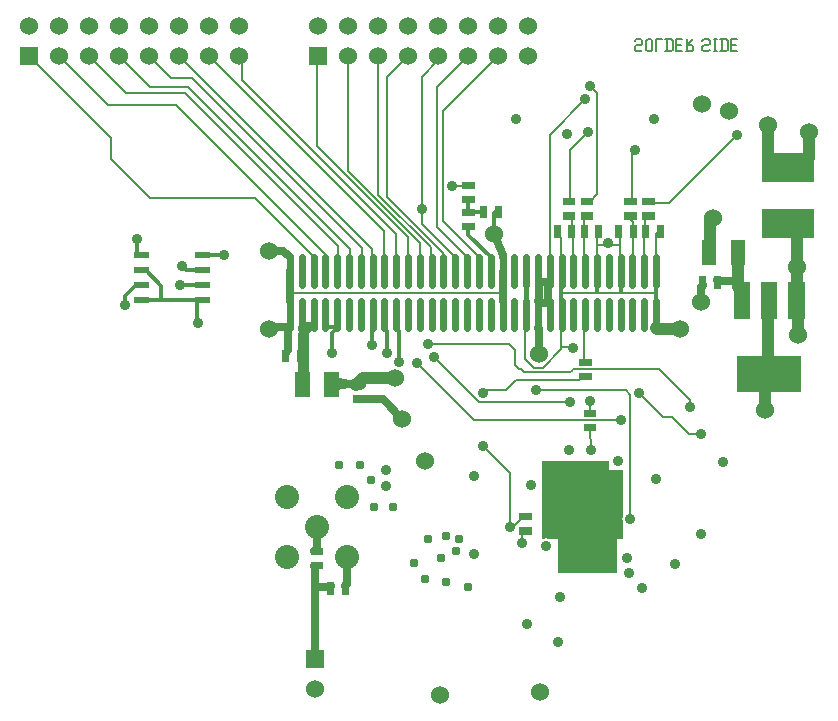
<source format=gbr>
G04 Title: RX Daughterboard, layergroup #1 *
G04 Creator: pcb-bin 1.99q *
G04 CreationDate: Thu Apr 28 23:14:27 2005 UTC *
G04 For: matt *
G04 Format: Gerber/RS-274X *
G04 PCB-Dimensions: 275000 250000 *
G04 PCB-Coordinate-Origin: lower left *
%MOIN*%
%FSLAX24Y24*%
G04 contains layers solder (0) *
%IPPOS*%
%ADD11C,0.0400*%
%ADD12C,0.0080*%
%ADD13C,0.0239*%
%ADD14C,0.0140*%
%ADD15C,0.0300*%
%ADD16C,0.0600*%
%ADD17C,0.0250*%
%ADD18C,0.0450*%
%ADD19C,0.0140*%
%ADD20C,0.0299*%
%ADD21C,0.0100*%
%ADD22C,0.0110*%
%ADD23C,0.0249*%
%ADD24R,0.0240X0.0240*%
%ADD25R,0.0440X0.0440*%
%ADD26R,0.0300X0.0300*%
%ADD27C,0.0060*%
%ADD28C,0.0080*%
%ADD29C,0.0800*%
%ADD30C,0.0860*%
%ADD31C,0.1100X0.0800*%
%ADD32C,0.1100*%
%ADD33C,0.0110*%
%AMTHERM1*7,0,0,0.1100,0.0800,0.0110,45*%
%ADD34THERM1*%
%ADD35R,0.0970X0.0970*%
%ADD36R,0.1170X0.1170*%
%ADD37R,0.1030X0.1030*%
%ADD38C,0.0200*%
%ADD39R,0.0560X0.0560*%
%ADD40R,0.0860X0.0860*%
%ADD41R,0.0620X0.0620*%
%ADD42R,0.1220X0.1220*%
%ADD43R,0.1520X0.1520*%
%ADD44R,0.1280X0.1280*%
%ADD45R,0.0340X0.0340*%
%ADD46R,0.0640X0.0640*%
%ADD47R,0.0400X0.0400*%
%ADD48R,0.0540X0.0540*%
%ADD49R,0.0480X0.0480*%
%ADD50R,0.0680X0.0680*%
%ADD51R,0.0200X0.0200*%
%ADD52R,0.0500X0.0500*%
%ADD53R,0.0600X0.0600*%
%ADD54R,0.0660X0.0660*%
%ADD55R,0.0900X0.0900X0.0600X0.0600*%
%ADD56R,0.0900X0.0900*%
%ADD57C,0.0600*%
%ADD58C,0.0660*%
%AMTHERM2*7,0,0,0.0900,0.0600,0.0100,45*%
%ADD59THERM2*%
%ADD60C,0.0900X0.0600*%
%ADD61C,0.0900*%
%ADD62R,0.0150X0.0150*%
%ADD63R,0.0450X0.0450*%
%ADD64R,0.0210X0.0210*%
%ADD65C,0.0410*%
%ADD66C,0.0170*%
%ADD67R,0.1610X0.1610*%
%ADD68R,0.1910X0.1910*%
%ADD69R,0.1670X0.1670*%
%ADD70C,0.0720*%
%ADD71C,0.0920X0.0720*%
%ADD72C,0.0920*%
%ADD73C,0.0240*%
%ADD74C,0.0340*%
%ADD75C,0.1320*%
%ADD76C,0.1520*%
%ADD77C,0.1520X0.1320*%
%ADD78C,0.0600*%
%ADD79C,0.0125*%
%AMTHERM3*7,0,0,0.0800,0.0600,0.0125,45*%
%ADD80THERM3*%
%ADD81C,0.0800*%
%ADD82C,0.0800X0.0600*%
%ADD83C,0.0350*%
%ADD84C,0.0100*%
%AMTHERM4*7,0,0,0.0510,0.0350,0.0100,45*%
%ADD85THERM4*%
%ADD86C,0.0510*%
%ADD87C,0.0510X0.0350*%
%ADD88C,0.0360*%
%ADD89C,0.0520*%
%ADD90C,0.0520X0.0360*%
%AMTHERM5*7,0,0,0.0799,0.0600,0.0125,45*%
%ADD91THERM5*%
%ADD92C,0.0799*%
%ADD93C,0.0799X0.0600*%
%ADD94C,0.0090*%
%AMTHERM6*7,0,0,0.0520,0.0360,0.0090,45*%
%ADD95THERM6*%
%ADD96C,0.0310*%
%ADD97C,0.0080*%
%AMTHERM7*7,0,0,0.0469,0.0310,0.0080,45*%
%ADD98THERM7*%
%ADD99C,0.0469*%
%ADD100C,0.0469X0.0310*%
%AMTHERM8*7,0,0,0.0510,0.0350,0.0100,45*%
%ADD101THERM8*%
%ADD102C,0.0510*%
%ADD103C,0.0510X0.0350*%
%LNGROUP_0*%
%LPD*%
G01X0Y0D02*
G54D21*G36*
X18450Y5350D02*X20400D01*
Y6600D01*
X18450D01*
Y5350D01*
G37*
G36*
X19750Y6500D02*X20600D01*
Y8800D01*
X19750D01*
Y6500D01*
G37*
G36*
X17900D02*X20150D01*
Y9100D01*
X17900D01*
Y6500D01*
G37*
%LNCUTS*%
%LPC*%
G54D99*X19900Y8100D03*
G54D89*X20850Y7150D03*
G54D99*X19650D03*
X19950Y7000D03*
X19900Y7350D03*
X19650Y7550D03*
X19900Y7750D03*
X19600Y7950D03*
X19900Y8100D03*
X19400Y7350D03*
X19350Y7000D03*
X19650Y7150D03*
X19950Y7000D03*
X19900Y7350D03*
X19650Y7550D03*
X19900Y7750D03*
X19600Y7950D03*
X18800Y8100D03*
X19350Y8150D03*
G54D89*X18050Y6250D03*
G54D99*X18800Y7400D03*
Y7050D03*
X19100Y7200D03*
X18800Y7750D03*
X19100Y7550D03*
Y7950D03*
X19350Y7750D03*
%LNTRACKS*%
%LPD*%
G54D11*X19950Y6800D02*X19250D01*
X19600D02*X19950D01*
X18950Y7450D02*X19600Y6800D01*
X19350Y7450D02*X18950D01*
X19450Y7550D02*X19350Y7450D01*
X19300Y7550D02*X19450D01*
X19050Y7300D02*X19300Y7550D01*
X19800Y7300D02*X19050D01*
X19850Y7250D02*X19800Y7300D01*
X19850Y7850D02*Y7250D01*
X18800Y7850D02*X19850D01*
X18750Y7800D02*X18800Y7850D01*
X18750Y7100D02*Y7800D01*
X18650Y7000D02*X18750Y7100D01*
X19950Y7000D02*X18650D01*
X20100Y6850D02*X19950Y7000D01*
X20100Y8150D02*Y6850D01*
X20050Y8200D02*X20100Y8150D01*
X18600Y8200D02*X20050D01*
X18500Y8100D02*X18600Y8200D01*
G54D12*X18900Y12900D02*X18550D01*
X18950Y12850D02*X18900Y12900D01*
X19750Y16300D02*X20500D01*
X16850Y8700D02*Y6900D01*
X15950Y9600D02*X16850Y8700D01*
X16700Y11450D02*X15900D01*
X16750Y11500D02*X16700Y11450D01*
X19150Y11800D02*X17030D01*
X19260Y11910D02*X19150Y11800D01*
X17200Y12150D02*X17150D01*
X17300Y12050D02*X17200Y12150D01*
X18850Y12050D02*X17300D01*
X18900Y12100D02*X18850Y12050D01*
X21850Y12150D02*X18950D01*
X18554Y13518D02*X18550Y13550D01*
Y12820D02*Y13550D01*
X17929Y12200D02*X18550Y12820D01*
X17650Y12200D02*X17929D01*
X17550Y12300D02*X17650Y12200D01*
X17373Y13518D02*X17350Y13495D01*
Y12500D02*X17550Y12299D01*
X17000Y12300D02*X17150Y12150D01*
X17000Y12800D02*Y12300D01*
X16800Y13000D02*X17000Y12800D01*
X14300Y12550D02*X15800Y11050D01*
X22250Y10550D02*X22800Y10000D01*
X21950Y10550D02*X22250D01*
X21150Y11350D02*X21950Y10550D01*
X17900Y11050D02*X18850D01*
X22850Y10900D02*Y11100D01*
X13750Y12350D02*X15650Y10450D01*
X20550D01*
X22800Y10000D02*X23200D01*
X22850Y11140D02*Y10900D01*
X21850Y12140D02*X22850Y11140D01*
X17350Y13495D02*Y12500D01*
X18950Y12150D02*X18899Y12099D01*
X15800Y11050D02*X18050D01*
X16740Y11510D02*X17030Y11800D01*
X14100Y13000D02*X16800D01*
X20850Y11300D02*Y11150D01*
X20700Y11450D02*X20850Y11300D01*
X17700Y11450D02*X20700D01*
X20850Y7150D02*Y11200D01*
X15320Y18250D02*X14900D01*
X15360Y18290D02*X15320Y18250D01*
X14600Y20750D02*Y20700D01*
X16450Y22600D02*X14600Y20750D01*
Y17079D02*Y20750D01*
X15798Y15881D02*X14600Y17079D01*
X15450Y22600D02*X14400Y21550D01*
X15011Y15881D02*X13900Y16992D01*
G54D14*X16440Y17490D02*X16300Y17350D01*
X15550Y17400D02*X15960D01*
X15540Y17390D02*X15550Y17400D01*
X15450Y16623D02*Y16900D01*
X16192Y15881D02*X15450Y16623D01*
G54D11*X23500Y17100D02*Y15900D01*
X23600Y17200D02*X23500Y17100D01*
X11920Y11850D02*X13000D01*
X11710Y11640D02*X11920Y11850D01*
G54D12*X19750Y21350D02*X19500Y21600D01*
X19750Y18000D02*Y21350D01*
X19490Y17740D02*X19750Y18000D01*
X18850Y19450D02*Y17700D01*
X19450Y20050D02*X18850Y19450D01*
X18160Y19960D02*X19350Y21150D01*
X18160Y15881D02*Y19960D01*
G54D17*X17800Y13485D02*Y12650D01*
X17767Y13518D02*X17800Y13485D01*
G54D12*X20900Y19350D02*Y17800D01*
X21000Y19450D02*X20900Y19350D01*
X22150Y17700D02*X21500D01*
X24400Y19950D02*X22150Y17700D01*
G54D11*X25450Y19150D02*Y20300D01*
X25710Y18890D02*X25450Y19150D01*
X26800Y19200D02*Y20050D01*
X26490Y18890D02*X26800Y19200D01*
G54D12*X19410Y10690D02*X19500Y10780D01*
Y11050D01*
X16920Y6900D02*X16850D01*
X17260Y7240D02*X16920Y6900D01*
G54D17*X23780Y15100D02*X24500D01*
X23740Y15140D02*X23780Y15100D01*
G54D11*X24450Y14890D02*Y15950D01*
X24570Y14770D02*X24450Y14890D01*
G54D17*X23200Y14900D02*Y14400D01*
X23260Y14960D02*X23200Y14900D01*
G54D11*X25350Y11670D02*Y10800D01*
X25020Y12000D02*X25350Y11670D01*
X21722Y13500D02*X22500D01*
X21704Y13518D02*X21722Y13500D01*
X25450Y12430D02*Y14400D01*
X25020Y12000D02*X25450Y12430D01*
G54D17*X11400Y5000D02*Y5700D01*
X11340Y4940D02*X11400Y5000D01*
X10820Y4900D02*X10400D01*
X10860Y4940D02*X10820Y4900D01*
X10350Y5570D02*Y2500D01*
X10310Y5610D02*X10350Y5570D01*
X10400Y6180D02*Y6850D01*
X10310Y6090D02*X10400Y6180D01*
X18100Y14350D02*X17850D01*
X18100Y15050D02*Y14350D01*
X17800Y15050D02*X18100D01*
X17800Y14461D02*Y15050D01*
X17767Y14428D02*X17800Y14461D01*
G54D19*X19750Y14956D02*Y14750D01*
X20550Y14944D02*Y14750D01*
X21700Y14432D02*Y15150D01*
X17400Y15100D02*X17350D01*
X17400Y14455D02*Y15100D01*
X17373Y14428D02*X17400Y14455D01*
X18550Y14433D02*Y15200D01*
G54D12*X20550Y14944D02*Y14700D01*
X20522Y14971D02*X20550Y14944D01*
X19750Y14956D02*Y14700D01*
X19735Y14971D02*X19750Y14956D01*
X21700Y14700D02*X18550D01*
X17350Y14452D02*Y15250D01*
X17373Y14428D02*X17350Y14452D01*
X18550Y14433D02*Y15150D01*
X18554Y14428D02*X18550Y14433D01*
X21700Y14432D02*Y15200D01*
X21704Y14428D02*X21700Y14432D01*
X21800Y16750D02*X21840D01*
X21700Y16650D02*X21800Y16750D01*
X21700Y15885D02*Y16650D01*
X21704Y15881D02*X21700Y15885D01*
X20500Y16620D02*Y15750D01*
X20460Y16660D02*X20500Y16620D01*
X18950Y16600D02*Y15850D01*
X18890Y16660D02*X18950Y16600D01*
X21350Y16850D02*Y17250D01*
X21360Y16840D02*X21350Y16850D01*
X20950Y15914D02*Y17070D01*
X18550Y16520D02*Y15900D01*
X18410Y16660D02*X18550Y16520D01*
X18900Y17250D02*Y16750D01*
X18890Y17260D02*X18900Y17250D01*
X19300Y16850D02*Y17200D01*
X19310Y16840D02*X19300Y16850D01*
X21300Y15891D02*Y16750D01*
X21310Y15881D02*X21300Y15891D01*
X20760Y17260D02*X20950Y17070D01*
X20916Y15881D02*X20950Y15914D01*
X19310Y16840D02*X19300Y16750D01*
Y15922D02*Y16750D01*
X19341Y15881D02*X19300Y15922D01*
X19750Y15895D02*Y16750D01*
X19735Y15881D02*X19750Y15895D01*
X19300Y12430D02*Y13600D01*
X19260Y12390D02*X19300Y12430D01*
G54D17*X13250Y10500D02*X12590Y11160D01*
X11800D01*
X11700Y11700D02*X11050Y11600D01*
X11830Y11700D02*X11700Y11600D01*
X11890Y11640D02*X11700Y11730D01*
X10960Y11750D02*X11850Y11600D01*
X10880Y11830D02*X10960Y11750D01*
X10000Y11800D02*Y13450D01*
X10050Y11750D02*X10000Y11800D01*
X9900Y11750D02*X10050D01*
X9900Y13300D02*Y11750D01*
X10100Y13500D02*X9900Y13300D01*
X9911Y13500D02*X10100D01*
X9893Y13518D02*X9911Y13500D01*
X9974Y13600D02*X10300D01*
X9893Y13518D02*X9974Y13600D01*
G54D19*X4000Y14600D02*X4400Y15000D01*
X4000Y14300D02*Y14600D01*
X13150Y13411D02*Y12400D01*
X13042Y13518D02*X13150Y13411D01*
X6400Y14500D02*Y14450D01*
Y13750D02*Y14500D01*
X6450Y13700D02*X6400Y13750D01*
X10900Y13344D02*Y12700D01*
X11074Y13518D02*X10900Y13344D01*
X11074Y13518D02*X11000Y13444D01*
X7300Y15950D02*X6590D01*
X12750Y13417D02*Y12700D01*
X12648Y13518D02*X12750Y13417D01*
X6050Y15450D02*X6500D01*
X5900Y15600D02*X6050Y15450D01*
X12250Y13513D02*Y12950D01*
X12255Y13518D02*X12250Y13513D01*
X11043Y13550D02*X10650D01*
X11074Y13518D02*X11043Y13550D01*
X5200Y14940D02*Y14450D01*
X4690Y15450D02*X5200Y14940D01*
X4410Y14450D02*X6500D01*
X4400Y15960D02*Y16500D01*
X4410Y15950D02*X4400Y15960D01*
X6450Y14950D02*X5850D01*
G54D17*X9450Y12780D02*Y13550D01*
X9360Y12690D02*X9450Y12780D01*
G54D12*X9500Y14700D02*X16600D01*
G54D17*X9280Y16100D02*X8800D01*
X9499Y15881D02*X9280Y16100D01*
X9468Y13550D02*X8800D01*
X9499Y13518D02*X9468Y13550D01*
X16585Y15964D02*X16300Y16650D01*
X16585Y15881D02*Y15964D01*
G54D11*X26380Y14770D02*X26400Y14790D01*
Y16750D01*
G54D12*X19550Y9450D02*X19500Y10200D01*
X17260Y6760D02*X17250Y6750D01*
G54D14*X15540Y17390D02*X15450Y17480D01*
G54D12*X15404Y15881D02*X14400Y16885D01*
G54D11*X26450Y14040D02*Y13300D01*
X26380Y14110D02*X26450Y14040D01*
G54D12*X17250Y6750D02*Y6350D01*
G54D14*X15450Y17480D02*Y17800D01*
X16300Y17350D02*Y16750D01*
G54D12*X14400Y16900D02*Y21550D01*
X15050Y15900D02*Y15650D01*
X14450Y22450D02*Y22550D01*
X13900Y21900D02*X14450Y22450D01*
X13900Y16992D02*Y21900D01*
X14600Y16036D02*Y15550D01*
X12750Y17886D02*X14600Y16036D01*
X12750Y21900D02*Y17886D01*
X13450Y22600D02*X12750Y21900D01*
X14200Y16224D02*Y15750D01*
X12450Y17974D02*X14200Y16224D01*
X12450Y22600D02*Y17974D01*
X13850Y16362D02*Y15700D01*
X11450Y18762D02*X13850Y16362D01*
X11450Y22600D02*Y18762D01*
X13450Y16550D02*Y15700D01*
X10400Y19600D02*X13450Y16550D01*
X10400Y22550D02*Y19600D01*
X10450Y22600D02*X10400Y22550D01*
X13050Y15888D02*Y16400D01*
X13042Y15881D02*X13050Y15888D01*
Y16650D02*Y16350D01*
X7900Y21800D02*X13050Y16650D01*
X7900Y22500D02*Y21800D01*
X7800Y22600D02*X7900Y22500D01*
X7800Y22600D02*X7850Y22550D01*
X6100Y21550D02*X11500Y16150D01*
X4850Y21550D02*X6100D01*
X3800Y22600D02*X4850Y21550D01*
X11900Y16200D02*Y15850D01*
X6250Y21850D02*X11900Y16200D01*
X5550Y21850D02*X6250D01*
X4800Y22600D02*X5550Y21850D01*
X12250Y16150D02*Y15600D01*
X5800Y22600D02*X12250Y16150D01*
X12650Y16750D02*Y15700D01*
X6800Y22600D02*X12650Y16750D01*
X11500Y16150D02*Y15750D01*
X2800Y22600D02*X4050Y21350D01*
X8350Y17850D02*X10300Y15900D01*
Y15750D01*
X4850Y17850D02*X8350D01*
X3550Y19150D02*X4850Y17850D01*
X3550Y19850D02*Y19150D01*
X800Y22600D02*X3550Y19850D01*
X4050Y21350D02*X6000D01*
X10700Y15950D02*Y15650D01*
X14450Y22600D02*X14400D01*
X3450Y20950D02*X5700D01*
X10700Y15950D01*
X15011Y15881D02*X15000Y15892D01*
X1800Y22600D02*X3450Y20950D01*
X15404Y15881D02*X15450Y15926D01*
X16450Y22350D02*Y22600D01*
X6000Y21350D02*X11100Y16250D01*
Y15700D01*
X15798Y15881D02*X15800Y15882D01*
G54D17*X16600Y14443D02*Y15400D01*
X16585Y14428D02*X16600Y14443D01*
X9499Y14428D02*Y15426D01*
G04 Text: SOLDER SIDE *
G54D28*X21200Y22750D02*X21250Y22800D01*
X21050Y22750D02*X21200D01*
X21000Y22800D02*X21050Y22750D01*
X21000Y22800D02*Y22900D01*
X21050Y22950D01*
X21200D01*
X21250Y23000D01*
Y23100D01*
X21200Y23150D02*X21250Y23100D01*
X21050Y23150D02*X21200D01*
X21000Y23100D02*X21050Y23150D01*
X21370Y22800D02*Y23100D01*
Y22800D02*X21420Y22750D01*
X21520D01*
X21570Y22800D01*
Y23100D01*
X21520Y23150D02*X21570Y23100D01*
X21420Y23150D02*X21520D01*
X21370Y23100D02*X21420Y23150D01*
X21690Y22750D02*Y23150D01*
X21890D01*
X22060Y22750D02*Y23150D01*
X22210Y22750D02*X22260Y22800D01*
Y23100D01*
X22210Y23150D02*X22260Y23100D01*
X22010Y23150D02*X22210D01*
X22010Y22750D02*X22210D01*
X22380Y22950D02*X22530D01*
X22380Y23150D02*X22580D01*
X22380Y22750D02*Y23150D01*
Y22750D02*X22580D01*
X22700D02*X22900D01*
X22950Y22800D01*
Y22900D01*
X22900Y22950D02*X22950Y22900D01*
X22750Y22950D02*X22900D01*
X22750Y22750D02*Y23150D01*
Y22950D02*X22950Y23150D01*
X23450Y22750D02*X23500Y22800D01*
X23300Y22750D02*X23450D01*
X23250Y22800D02*X23300Y22750D01*
X23250Y22800D02*Y22900D01*
X23300Y22950D01*
X23450D01*
X23500Y23000D01*
Y23100D01*
X23450Y23150D02*X23500Y23100D01*
X23300Y23150D02*X23450D01*
X23250Y23100D02*X23300Y23150D01*
X23620Y22750D02*X23720D01*
X23670D02*Y23150D01*
X23620D02*X23720D01*
X23890Y22750D02*Y23150D01*
X24040Y22750D02*X24090Y22800D01*
Y23100D01*
X24040Y23150D02*X24090Y23100D01*
X23840Y23150D02*X24040D01*
X23840Y22750D02*X24040D01*
X24210Y22950D02*X24360D01*
X24210Y23150D02*X24410D01*
X24210Y22750D02*Y23150D01*
Y22750D02*X24410D01*
G54D29*X10400Y6900D03*
X11400Y7900D03*
Y5900D03*
X9400Y7900D03*
Y5900D03*
G54D53*X10450Y22600D03*
G54D57*Y23600D03*
X11450Y22600D03*
Y23600D03*
X12450Y22600D03*
Y23600D03*
X13450Y22600D03*
Y23600D03*
X14450Y22600D03*
Y23600D03*
X15450Y22600D03*
Y23600D03*
X16450Y22600D03*
Y23600D03*
X17450Y22600D03*
Y23600D03*
G54D53*X800Y22600D03*
G54D57*Y23600D03*
X1800Y22600D03*
Y23600D03*
X2800Y22600D03*
Y23600D03*
X3800Y22600D03*
Y23600D03*
X4800Y22600D03*
Y23600D03*
X5800Y22600D03*
Y23600D03*
X6800Y22600D03*
Y23600D03*
X7800Y22600D03*
Y23600D03*
G54D53*X10350Y2500D03*
G54D57*Y1500D03*
G54D78*X16300Y16650D03*
X8800Y13500D03*
Y16100D03*
G54D83*X5850Y14950D03*
X4400Y16500D03*
G54D88*X17700Y11450D03*
G54D83*X5900Y15600D03*
X12750Y12700D03*
X7300Y15950D03*
X10900Y12700D03*
X6450Y13700D03*
X13150Y12400D03*
X4000Y14300D03*
G54D78*X13250Y10500D03*
X22500Y13500D03*
X25350Y10800D03*
X23200Y14400D03*
G54D88*X16850Y6900D03*
X17250Y6350D03*
G54D78*X26800Y20050D03*
X25450Y20300D03*
X23250Y21000D03*
G54D88*X20800Y5350D03*
X21650Y20500D03*
X24400Y19950D03*
X21000Y19450D03*
G54D78*X17800Y12650D03*
X14000Y9100D03*
X17850Y1400D03*
X14500Y1300D03*
G54D88*X19350Y21150D03*
X17050Y20500D03*
X19500Y11100D03*
X12700Y8800D03*
Y8250D03*
X19450Y20050D03*
X19500Y21600D03*
G54D78*X13000Y11850D03*
X23600Y17200D03*
G54D96*X19900Y8100D03*
G54D97*X19735Y8264D02*X20064Y7935D01*
X19735D02*X20064Y8264D01*
G54D83*X15650Y6000D03*
Y8600D03*
G54D88*X22350Y5650D03*
X23200Y6650D03*
X18450Y3050D03*
X18500Y4550D03*
X17550Y8300D03*
X21700Y8500D03*
X18750Y20000D03*
X21250Y4850D03*
X17400Y3650D03*
X18050Y6250D03*
G54D78*X24150Y20750D03*
X26400Y15550D03*
G54D88*X19550Y9450D03*
X18800D03*
G54D78*X26450Y13300D03*
G54D88*X13900Y17500D03*
X14900Y18250D03*
X20850Y7150D03*
G54D83*X12250Y12950D03*
G54D88*X14100Y13000D03*
X13750Y12350D03*
X14300Y12550D03*
X18850Y11050D03*
X21150Y11350D03*
X23200Y10000D03*
X22850Y10900D03*
X20550Y10450D03*
X23950Y9050D03*
X15950Y11350D03*
Y9600D03*
X20100Y16350D03*
X18950Y12850D03*
X20750Y5850D03*
X20450Y9100D03*
G54D96*X18800Y8100D03*
G54D97*X18635Y8264D02*X18964Y7935D01*
X18635D02*X18964Y8264D01*
G54D96*X18800Y7750D03*
G54D97*X18635Y7914D02*X18964Y7585D01*
X18635D02*X18964Y7914D01*
G54D96*X18800Y7400D03*
G54D97*X18635Y7564D02*X18964Y7235D01*
X18635D02*X18964Y7564D01*
G54D96*X18800Y7050D03*
G54D97*X18635Y7214D02*X18964Y6885D01*
X18635D02*X18964Y7214D01*
G54D96*X19100Y7200D03*
G54D97*X18935Y7364D02*X19264Y7035D01*
X18935D02*X19264Y7364D01*
G54D96*X19100Y7550D03*
G54D97*X18935Y7714D02*X19264Y7385D01*
X18935D02*X19264Y7714D01*
G54D96*X19100Y7950D03*
G54D97*X18935Y8114D02*X19264Y7785D01*
X18935D02*X19264Y8114D01*
G54D96*X19350Y8150D03*
G54D97*X19185Y8314D02*X19514Y7985D01*
X19185D02*X19514Y8314D01*
G54D96*X19350Y7750D03*
G54D97*X19185Y7914D02*X19514Y7585D01*
X19185D02*X19514Y7914D01*
G54D96*X19400Y7350D03*
G54D97*X19235Y7514D02*X19564Y7185D01*
X19235D02*X19564Y7514D01*
G54D96*X19350Y7000D03*
G54D97*X19185Y7164D02*X19514Y6835D01*
X19185D02*X19514Y7164D01*
G54D96*X19650Y7150D03*
G54D97*X19485Y7314D02*X19814Y6985D01*
X19485D02*X19814Y7314D01*
G54D96*X19950Y7000D03*
G54D97*X19785Y7164D02*X20114Y6835D01*
X19785D02*X20114Y7164D01*
G54D96*X19900Y7350D03*
G54D97*X19735Y7514D02*X20064Y7185D01*
X19735D02*X20064Y7514D01*
G54D96*X19650Y7550D03*
G54D97*X19485Y7714D02*X19814Y7385D01*
X19485D02*X19814Y7714D01*
G54D96*X19900Y7750D03*
G54D97*X19735Y7914D02*X20064Y7585D01*
X19735D02*X20064Y7914D01*
G54D96*X19600Y7950D03*
G54D97*X19435Y8114D02*X19764Y7785D01*
X19435D02*X19764Y8114D01*
G54D96*X15050Y6100D03*
X12300Y7550D03*
X11150Y8950D03*
X11850D03*
X12200Y8450D03*
X14100Y6500D03*
X14700Y6600D03*
X15150Y6500D03*
X13650Y5700D03*
X14550Y5850D03*
X14000Y5150D03*
X14700Y5050D03*
X15450Y4900D03*
X12950Y7550D03*
G54D24*X15360Y16910D02*X15540D01*
X15360Y17390D02*X15540D01*
X23260Y15140D02*Y14960D01*
X23740Y15140D02*Y14960D01*
X11710Y11160D02*X11890D01*
X11710Y11640D02*X11890D01*
G54D35*X25710Y17010D02*X26490D01*
X25710Y18890D02*X26490D01*
G54D39*X24570Y14770D02*Y14110D01*
X25470Y14770D02*Y14110D01*
X26380Y14770D02*Y14110D01*
G54D42*X25020Y12000D02*X25920D01*
G54D24*X17260Y6760D02*X17440D01*
X17260Y7240D02*X17440D01*
X9360Y12690D02*Y12510D01*
X9840Y12690D02*Y12510D01*
G54D49*X23470Y16230D02*Y15870D01*
X24430Y16230D02*Y15870D01*
G54D24*X19410Y10690D02*X19590D01*
X19410Y10210D02*X19590D01*
X15960Y17490D02*Y17310D01*
X16440Y17490D02*Y17310D01*
X19260Y11910D02*X19440D01*
X19260Y12390D02*X19440D01*
G54D51*X4410Y14450D02*X4690D01*
X4410Y14950D02*X4690D01*
X4410Y15450D02*X4690D01*
X4410Y15950D02*X4690D01*
X6450D02*X6730D01*
X6450Y15450D02*X6730D01*
X6450Y14950D02*X6730D01*
X6450Y14450D02*X6730D01*
G54D24*X20940Y16840D02*Y16660D01*
X20460Y16840D02*Y16660D01*
X21360Y17740D02*X21540D01*
X21360Y17260D02*X21540D01*
X21360Y16840D02*Y16660D01*
X21840Y16840D02*Y16660D01*
X15360Y18290D02*X15540D01*
X15360Y17810D02*X15540D01*
X18710Y17740D02*X18890D01*
X18710Y17260D02*X18890D01*
X11340Y4940D02*Y4760D01*
X10860Y4940D02*Y4760D01*
X10310Y5610D02*X10490D01*
X10310Y6090D02*X10490D01*
G54D49*X9920Y11830D02*Y11470D01*
X10880Y11830D02*Y11470D01*
G54D24*X19310Y16840D02*Y16660D01*
X19790Y16840D02*Y16660D01*
G54D73*X9499Y14428D02*Y13518D01*
X21704Y15881D02*Y14971D01*
X10286Y14428D02*Y13518D01*
X9893Y14428D02*Y13518D01*
X10680Y14428D02*Y13518D01*
X9499Y15881D02*Y14971D01*
X11074Y14428D02*Y13518D01*
X10286Y15881D02*Y14971D01*
X11467Y14428D02*Y13518D01*
X10680Y15881D02*Y14971D01*
X11861Y14428D02*Y13518D01*
X11074Y15881D02*Y14971D01*
X12255Y14428D02*Y13518D01*
X11467Y15881D02*Y14971D01*
X12648Y14428D02*Y13518D01*
X11861Y15881D02*Y14971D01*
X13042Y14428D02*Y13518D01*
X12255Y15881D02*Y14971D01*
X13436Y14428D02*Y13518D01*
X12648Y15881D02*Y14971D01*
X13042Y15881D02*Y14971D01*
X13436Y15881D02*Y14971D01*
X13830Y15881D02*Y14971D01*
X14223Y15881D02*Y14971D01*
X14617Y15881D02*Y14971D01*
X15011Y15881D02*Y14971D01*
X15404Y15881D02*Y14971D01*
X15798Y15881D02*Y14971D01*
X16192Y15881D02*Y14971D01*
X16585Y15881D02*Y14971D01*
X16979Y15881D02*Y14971D01*
X17373Y15881D02*Y14971D01*
X17767Y15881D02*Y14971D01*
X18160Y15881D02*Y14971D01*
X18554Y15881D02*Y14971D01*
X19341Y15881D02*Y14971D01*
X18948Y15881D02*Y14971D01*
X19735Y15881D02*Y14971D01*
X20129Y15881D02*Y14971D01*
X20522Y15881D02*Y14971D01*
X20916Y15881D02*Y14971D01*
X9893Y15881D02*Y14971D01*
X13830Y14428D02*Y13518D01*
X14223Y14428D02*Y13518D01*
X14617Y14428D02*Y13518D01*
X15011Y14428D02*Y13518D01*
X15404Y14428D02*Y13518D01*
X15798Y14428D02*Y13518D01*
X16192Y14428D02*Y13518D01*
X16585Y14428D02*Y13518D01*
X16979Y14428D02*Y13518D01*
X17373Y14428D02*Y13518D01*
X17767Y14428D02*Y13518D01*
X18160Y14428D02*Y13518D01*
X18554Y14428D02*Y13518D01*
X18948Y14428D02*Y13518D01*
X19341Y14428D02*Y13518D01*
X19735Y14428D02*Y13518D01*
X20129Y14428D02*Y13518D01*
X20522Y14428D02*Y13518D01*
X20916Y14428D02*Y13518D01*
X21310Y14428D02*Y13518D01*
X21704Y14428D02*Y13518D01*
X21310Y15881D02*Y14971D01*
G54D24*X19310Y17740D02*X19490D01*
X19310Y17260D02*X19490D01*
X20760Y17740D02*X20940D01*
X20760Y17260D02*X20940D01*
X18890Y16840D02*Y16660D01*
X18410Y16840D02*Y16660D01*
M02*

</source>
